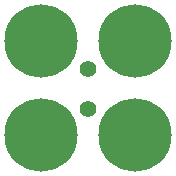
<source format=gtl>
%TF.GenerationSoftware,KiCad,Pcbnew,4.0.7-e2-6376~58~ubuntu16.04.1*%
%TF.CreationDate,2017-10-07T12:42:36-07:00*%
%TF.ProjectId,2x2-CdS-Photocell-TH,3278322D4364532D50686F746F63656C,v1.2*%
%TF.FileFunction,Copper,L1,Top,Signal*%
%FSLAX46Y46*%
G04 Gerber Fmt 4.6, Leading zero omitted, Abs format (unit mm)*
G04 Created by KiCad (PCBNEW 4.0.7-e2-6376~58~ubuntu16.04.1) date Sat Oct  7 12:42:36 2017*
%MOMM*%
%LPD*%
G01*
G04 APERTURE LIST*
%ADD10C,0.350000*%
%ADD11C,1.400000*%
%ADD12C,6.200000*%
%ADD13C,0.350000*%
G04 APERTURE END LIST*
D10*
D11*
X10349500Y-32144500D03*
X10349500Y-35544500D03*
D12*
X6351000Y-37781500D03*
X6351000Y-29781500D03*
X14351000Y-29781500D03*
X14351000Y-37781500D03*
D13*
X10349500Y-32144500D03*
X10349500Y-35544500D03*
X6351000Y-37781500D03*
X6351000Y-29781500D03*
X14351000Y-29781500D03*
X14351000Y-37781500D03*
M02*

</source>
